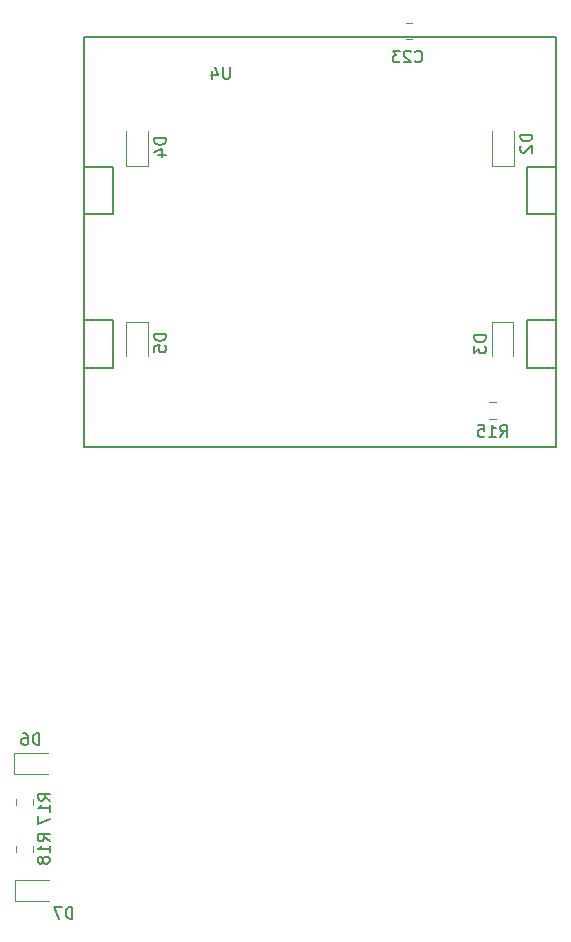
<source format=gbr>
G04 #@! TF.GenerationSoftware,KiCad,Pcbnew,(5.0.0)*
G04 #@! TF.CreationDate,2019-12-21T17:29:24+07:00*
G04 #@! TF.ProjectId,mrbot,6D72626F742E6B696361645F70636200,rev?*
G04 #@! TF.SameCoordinates,Original*
G04 #@! TF.FileFunction,Legend,Bot*
G04 #@! TF.FilePolarity,Positive*
%FSLAX46Y46*%
G04 Gerber Fmt 4.6, Leading zero omitted, Abs format (unit mm)*
G04 Created by KiCad (PCBNEW (5.0.0)) date 12/21/19 17:29:24*
%MOMM*%
%LPD*%
G01*
G04 APERTURE LIST*
%ADD10C,0.150000*%
%ADD11C,0.120000*%
G04 APERTURE END LIST*
D10*
G04 #@! TO.C,U4*
X168000000Y-29000000D02*
X168000000Y-63750000D01*
X128000000Y-29000000D02*
X128000000Y-63750000D01*
X128000000Y-53000000D02*
X130500000Y-53000000D01*
X130500000Y-53000000D02*
X130500000Y-57000000D01*
X130500000Y-57000000D02*
X128000000Y-57000000D01*
X168000000Y-53000000D02*
X165500000Y-53000000D01*
X165500000Y-53000000D02*
X165500000Y-57000000D01*
X165500000Y-57000000D02*
X168000000Y-57000000D01*
X128000000Y-40000000D02*
X130500000Y-40000000D01*
X130500000Y-40000000D02*
X130500000Y-44000000D01*
X130500000Y-44000000D02*
X128000000Y-44000000D01*
X168000000Y-40000000D02*
X165500000Y-40000000D01*
X165500000Y-40000000D02*
X165500000Y-44000000D01*
X165500000Y-44000000D02*
X168000000Y-44000000D01*
X128000000Y-63750000D02*
X168000000Y-63750000D01*
X168000000Y-29000000D02*
X128000000Y-29000000D01*
D11*
G04 #@! TO.C,C23*
X155238748Y-29210000D02*
X155761252Y-29210000D01*
X155238748Y-27790000D02*
X155761252Y-27790000D01*
G04 #@! TO.C,D2*
X162590000Y-39885000D02*
X162590000Y-37000000D01*
X164410000Y-39885000D02*
X162590000Y-39885000D01*
X164410000Y-37000000D02*
X164410000Y-39885000D01*
G04 #@! TO.C,D3*
X162540000Y-56000000D02*
X162540000Y-53115000D01*
X162540000Y-53115000D02*
X164360000Y-53115000D01*
X164360000Y-53115000D02*
X164360000Y-56000000D01*
G04 #@! TO.C,D4*
X133410000Y-37000000D02*
X133410000Y-39885000D01*
X133410000Y-39885000D02*
X131590000Y-39885000D01*
X131590000Y-39885000D02*
X131590000Y-37000000D01*
G04 #@! TO.C,D5*
X133410000Y-53115000D02*
X133410000Y-56000000D01*
X131590000Y-53115000D02*
X133410000Y-53115000D01*
X131590000Y-56000000D02*
X131590000Y-53115000D01*
G04 #@! TO.C,D6*
X125000000Y-91410000D02*
X122115000Y-91410000D01*
X122115000Y-91410000D02*
X122115000Y-89590000D01*
X122115000Y-89590000D02*
X125000000Y-89590000D01*
G04 #@! TO.C,D7*
X125037500Y-102160000D02*
X122152500Y-102160000D01*
X122152500Y-102160000D02*
X122152500Y-100340000D01*
X122152500Y-100340000D02*
X125037500Y-100340000D01*
G04 #@! TO.C,R15*
X162338748Y-59890000D02*
X162861252Y-59890000D01*
X162338748Y-61310000D02*
X162861252Y-61310000D01*
G04 #@! TO.C,R17*
X123710000Y-93488748D02*
X123710000Y-94011252D01*
X122290000Y-93488748D02*
X122290000Y-94011252D01*
G04 #@! TO.C,R18*
X122290000Y-97986252D02*
X122290000Y-97463748D01*
X123710000Y-97986252D02*
X123710000Y-97463748D01*
G04 #@! TO.C,U4*
D10*
X140361904Y-31552380D02*
X140361904Y-32361904D01*
X140314285Y-32457142D01*
X140266666Y-32504761D01*
X140171428Y-32552380D01*
X139980952Y-32552380D01*
X139885714Y-32504761D01*
X139838095Y-32457142D01*
X139790476Y-32361904D01*
X139790476Y-31552380D01*
X138885714Y-31885714D02*
X138885714Y-32552380D01*
X139123809Y-31504761D02*
X139361904Y-32219047D01*
X138742857Y-32219047D01*
G04 #@! TO.C,C23*
X156042857Y-31057142D02*
X156090476Y-31104761D01*
X156233333Y-31152380D01*
X156328571Y-31152380D01*
X156471428Y-31104761D01*
X156566666Y-31009523D01*
X156614285Y-30914285D01*
X156661904Y-30723809D01*
X156661904Y-30580952D01*
X156614285Y-30390476D01*
X156566666Y-30295238D01*
X156471428Y-30200000D01*
X156328571Y-30152380D01*
X156233333Y-30152380D01*
X156090476Y-30200000D01*
X156042857Y-30247619D01*
X155661904Y-30247619D02*
X155614285Y-30200000D01*
X155519047Y-30152380D01*
X155280952Y-30152380D01*
X155185714Y-30200000D01*
X155138095Y-30247619D01*
X155090476Y-30342857D01*
X155090476Y-30438095D01*
X155138095Y-30580952D01*
X155709523Y-31152380D01*
X155090476Y-31152380D01*
X154757142Y-30152380D02*
X154138095Y-30152380D01*
X154471428Y-30533333D01*
X154328571Y-30533333D01*
X154233333Y-30580952D01*
X154185714Y-30628571D01*
X154138095Y-30723809D01*
X154138095Y-30961904D01*
X154185714Y-31057142D01*
X154233333Y-31104761D01*
X154328571Y-31152380D01*
X154614285Y-31152380D01*
X154709523Y-31104761D01*
X154757142Y-31057142D01*
G04 #@! TO.C,D2*
X165952380Y-37261904D02*
X164952380Y-37261904D01*
X164952380Y-37500000D01*
X165000000Y-37642857D01*
X165095238Y-37738095D01*
X165190476Y-37785714D01*
X165380952Y-37833333D01*
X165523809Y-37833333D01*
X165714285Y-37785714D01*
X165809523Y-37738095D01*
X165904761Y-37642857D01*
X165952380Y-37500000D01*
X165952380Y-37261904D01*
X165047619Y-38214285D02*
X165000000Y-38261904D01*
X164952380Y-38357142D01*
X164952380Y-38595238D01*
X165000000Y-38690476D01*
X165047619Y-38738095D01*
X165142857Y-38785714D01*
X165238095Y-38785714D01*
X165380952Y-38738095D01*
X165952380Y-38166666D01*
X165952380Y-38785714D01*
G04 #@! TO.C,D3*
X162052380Y-54261904D02*
X161052380Y-54261904D01*
X161052380Y-54500000D01*
X161100000Y-54642857D01*
X161195238Y-54738095D01*
X161290476Y-54785714D01*
X161480952Y-54833333D01*
X161623809Y-54833333D01*
X161814285Y-54785714D01*
X161909523Y-54738095D01*
X162004761Y-54642857D01*
X162052380Y-54500000D01*
X162052380Y-54261904D01*
X161052380Y-55166666D02*
X161052380Y-55785714D01*
X161433333Y-55452380D01*
X161433333Y-55595238D01*
X161480952Y-55690476D01*
X161528571Y-55738095D01*
X161623809Y-55785714D01*
X161861904Y-55785714D01*
X161957142Y-55738095D01*
X162004761Y-55690476D01*
X162052380Y-55595238D01*
X162052380Y-55309523D01*
X162004761Y-55214285D01*
X161957142Y-55166666D01*
G04 #@! TO.C,D4*
X134952380Y-37561904D02*
X133952380Y-37561904D01*
X133952380Y-37800000D01*
X134000000Y-37942857D01*
X134095238Y-38038095D01*
X134190476Y-38085714D01*
X134380952Y-38133333D01*
X134523809Y-38133333D01*
X134714285Y-38085714D01*
X134809523Y-38038095D01*
X134904761Y-37942857D01*
X134952380Y-37800000D01*
X134952380Y-37561904D01*
X134285714Y-38990476D02*
X134952380Y-38990476D01*
X133904761Y-38752380D02*
X134619047Y-38514285D01*
X134619047Y-39133333D01*
G04 #@! TO.C,D5*
X134952380Y-54161904D02*
X133952380Y-54161904D01*
X133952380Y-54400000D01*
X134000000Y-54542857D01*
X134095238Y-54638095D01*
X134190476Y-54685714D01*
X134380952Y-54733333D01*
X134523809Y-54733333D01*
X134714285Y-54685714D01*
X134809523Y-54638095D01*
X134904761Y-54542857D01*
X134952380Y-54400000D01*
X134952380Y-54161904D01*
X133952380Y-55638095D02*
X133952380Y-55161904D01*
X134428571Y-55114285D01*
X134380952Y-55161904D01*
X134333333Y-55257142D01*
X134333333Y-55495238D01*
X134380952Y-55590476D01*
X134428571Y-55638095D01*
X134523809Y-55685714D01*
X134761904Y-55685714D01*
X134857142Y-55638095D01*
X134904761Y-55590476D01*
X134952380Y-55495238D01*
X134952380Y-55257142D01*
X134904761Y-55161904D01*
X134857142Y-55114285D01*
G04 #@! TO.C,D6*
X124238095Y-88952380D02*
X124238095Y-87952380D01*
X124000000Y-87952380D01*
X123857142Y-88000000D01*
X123761904Y-88095238D01*
X123714285Y-88190476D01*
X123666666Y-88380952D01*
X123666666Y-88523809D01*
X123714285Y-88714285D01*
X123761904Y-88809523D01*
X123857142Y-88904761D01*
X124000000Y-88952380D01*
X124238095Y-88952380D01*
X122809523Y-87952380D02*
X123000000Y-87952380D01*
X123095238Y-88000000D01*
X123142857Y-88047619D01*
X123238095Y-88190476D01*
X123285714Y-88380952D01*
X123285714Y-88761904D01*
X123238095Y-88857142D01*
X123190476Y-88904761D01*
X123095238Y-88952380D01*
X122904761Y-88952380D01*
X122809523Y-88904761D01*
X122761904Y-88857142D01*
X122714285Y-88761904D01*
X122714285Y-88523809D01*
X122761904Y-88428571D01*
X122809523Y-88380952D01*
X122904761Y-88333333D01*
X123095238Y-88333333D01*
X123190476Y-88380952D01*
X123238095Y-88428571D01*
X123285714Y-88523809D01*
G04 #@! TO.C,D7*
X127038095Y-103652380D02*
X127038095Y-102652380D01*
X126800000Y-102652380D01*
X126657142Y-102700000D01*
X126561904Y-102795238D01*
X126514285Y-102890476D01*
X126466666Y-103080952D01*
X126466666Y-103223809D01*
X126514285Y-103414285D01*
X126561904Y-103509523D01*
X126657142Y-103604761D01*
X126800000Y-103652380D01*
X127038095Y-103652380D01*
X126133333Y-102652380D02*
X125466666Y-102652380D01*
X125895238Y-103652380D01*
G04 #@! TO.C,R15*
X163242857Y-62852380D02*
X163576190Y-62376190D01*
X163814285Y-62852380D02*
X163814285Y-61852380D01*
X163433333Y-61852380D01*
X163338095Y-61900000D01*
X163290476Y-61947619D01*
X163242857Y-62042857D01*
X163242857Y-62185714D01*
X163290476Y-62280952D01*
X163338095Y-62328571D01*
X163433333Y-62376190D01*
X163814285Y-62376190D01*
X162290476Y-62852380D02*
X162861904Y-62852380D01*
X162576190Y-62852380D02*
X162576190Y-61852380D01*
X162671428Y-61995238D01*
X162766666Y-62090476D01*
X162861904Y-62138095D01*
X161385714Y-61852380D02*
X161861904Y-61852380D01*
X161909523Y-62328571D01*
X161861904Y-62280952D01*
X161766666Y-62233333D01*
X161528571Y-62233333D01*
X161433333Y-62280952D01*
X161385714Y-62328571D01*
X161338095Y-62423809D01*
X161338095Y-62661904D01*
X161385714Y-62757142D01*
X161433333Y-62804761D01*
X161528571Y-62852380D01*
X161766666Y-62852380D01*
X161861904Y-62804761D01*
X161909523Y-62757142D01*
G04 #@! TO.C,R17*
X125152380Y-93657142D02*
X124676190Y-93323809D01*
X125152380Y-93085714D02*
X124152380Y-93085714D01*
X124152380Y-93466666D01*
X124200000Y-93561904D01*
X124247619Y-93609523D01*
X124342857Y-93657142D01*
X124485714Y-93657142D01*
X124580952Y-93609523D01*
X124628571Y-93561904D01*
X124676190Y-93466666D01*
X124676190Y-93085714D01*
X125152380Y-94609523D02*
X125152380Y-94038095D01*
X125152380Y-94323809D02*
X124152380Y-94323809D01*
X124295238Y-94228571D01*
X124390476Y-94133333D01*
X124438095Y-94038095D01*
X124152380Y-94942857D02*
X124152380Y-95609523D01*
X125152380Y-95180952D01*
G04 #@! TO.C,R18*
X125102380Y-97082142D02*
X124626190Y-96748809D01*
X125102380Y-96510714D02*
X124102380Y-96510714D01*
X124102380Y-96891666D01*
X124150000Y-96986904D01*
X124197619Y-97034523D01*
X124292857Y-97082142D01*
X124435714Y-97082142D01*
X124530952Y-97034523D01*
X124578571Y-96986904D01*
X124626190Y-96891666D01*
X124626190Y-96510714D01*
X125102380Y-98034523D02*
X125102380Y-97463095D01*
X125102380Y-97748809D02*
X124102380Y-97748809D01*
X124245238Y-97653571D01*
X124340476Y-97558333D01*
X124388095Y-97463095D01*
X124530952Y-98605952D02*
X124483333Y-98510714D01*
X124435714Y-98463095D01*
X124340476Y-98415476D01*
X124292857Y-98415476D01*
X124197619Y-98463095D01*
X124150000Y-98510714D01*
X124102380Y-98605952D01*
X124102380Y-98796428D01*
X124150000Y-98891666D01*
X124197619Y-98939285D01*
X124292857Y-98986904D01*
X124340476Y-98986904D01*
X124435714Y-98939285D01*
X124483333Y-98891666D01*
X124530952Y-98796428D01*
X124530952Y-98605952D01*
X124578571Y-98510714D01*
X124626190Y-98463095D01*
X124721428Y-98415476D01*
X124911904Y-98415476D01*
X125007142Y-98463095D01*
X125054761Y-98510714D01*
X125102380Y-98605952D01*
X125102380Y-98796428D01*
X125054761Y-98891666D01*
X125007142Y-98939285D01*
X124911904Y-98986904D01*
X124721428Y-98986904D01*
X124626190Y-98939285D01*
X124578571Y-98891666D01*
X124530952Y-98796428D01*
G04 #@! TD*
M02*

</source>
